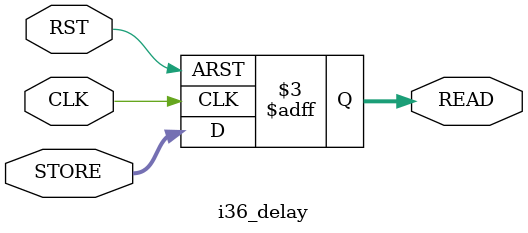
<source format=v>
module i36_delay(
    input CLK,
    input RST,
    input signed [35:0] STORE,
    output reg signed [35:0] READ
);

always @ (posedge CLK, negedge RST) begin
    if (!RST) begin
        READ <= 0;
    end else begin
        READ <= STORE;
    end
end

endmodule


</source>
